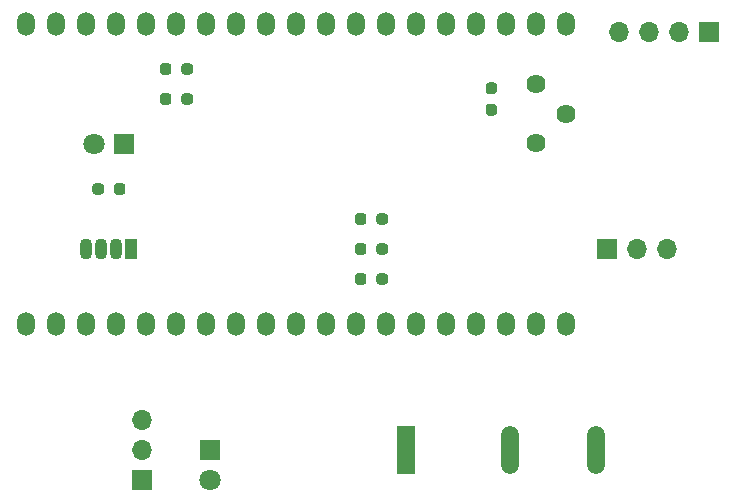
<source format=gts>
G04 #@! TF.GenerationSoftware,KiCad,Pcbnew,(5.1.10)-1*
G04 #@! TF.CreationDate,2021-07-16T09:38:32+09:00*
G04 #@! TF.ProjectId,Key_checker,4b65795f-6368-4656-936b-65722e6b6963,rev?*
G04 #@! TF.SameCoordinates,Original*
G04 #@! TF.FileFunction,Soldermask,Top*
G04 #@! TF.FilePolarity,Negative*
%FSLAX46Y46*%
G04 Gerber Fmt 4.6, Leading zero omitted, Abs format (unit mm)*
G04 Created by KiCad (PCBNEW (5.1.10)-1) date 2021-07-16 09:38:32*
%MOMM*%
%LPD*%
G01*
G04 APERTURE LIST*
%ADD10O,1.700000X1.700000*%
%ADD11R,1.700000X1.700000*%
%ADD12O,1.500000X2.000000*%
%ADD13R,1.500000X4.100000*%
%ADD14O,1.500000X4.100000*%
%ADD15C,1.620000*%
%ADD16C,1.800000*%
%ADD17R,1.800000X1.800000*%
%ADD18O,1.070000X1.800000*%
%ADD19R,1.070000X1.800000*%
G04 APERTURE END LIST*
D10*
X200025000Y-45085000D03*
X202565000Y-45085000D03*
X205105000Y-45085000D03*
D11*
X207645000Y-45085000D03*
D12*
X195580000Y-44450000D03*
X195580000Y-69850000D03*
X193040000Y-44450000D03*
X193040000Y-69850000D03*
X190500000Y-44450000D03*
X190500000Y-69850000D03*
X187960000Y-44450000D03*
X187960000Y-69850000D03*
X185420000Y-44450000D03*
X185420000Y-69850000D03*
X182880000Y-44450000D03*
X182880000Y-69850000D03*
X180340000Y-44450000D03*
X180340000Y-69850000D03*
X177800000Y-44450000D03*
X177800000Y-69850000D03*
X175260000Y-44450000D03*
X175260000Y-69850000D03*
X172720000Y-44450000D03*
X172720000Y-69850000D03*
X170180000Y-44450000D03*
X170180000Y-69850000D03*
X167640000Y-44450000D03*
X167640000Y-69850000D03*
X165100000Y-44450000D03*
X165100000Y-69850000D03*
X162560000Y-44450000D03*
X162560000Y-69850000D03*
X160020000Y-44450000D03*
X160020000Y-69850000D03*
X157480000Y-44450000D03*
X157480000Y-69850000D03*
X154940000Y-44450000D03*
X154940000Y-69850000D03*
X152400000Y-44450000D03*
X152400000Y-69850000D03*
X149860000Y-44450000D03*
X149860000Y-69850000D03*
D13*
X181970000Y-80550000D03*
D14*
X198070000Y-80550000D03*
X190770000Y-80550000D03*
D15*
X193040000Y-49530000D03*
X195540000Y-52030000D03*
X193040000Y-54530000D03*
G36*
G01*
X162985000Y-48497500D02*
X162985000Y-48022500D01*
G75*
G02*
X163222500Y-47785000I237500J0D01*
G01*
X163722500Y-47785000D01*
G75*
G02*
X163960000Y-48022500I0J-237500D01*
G01*
X163960000Y-48497500D01*
G75*
G02*
X163722500Y-48735000I-237500J0D01*
G01*
X163222500Y-48735000D01*
G75*
G02*
X162985000Y-48497500I0J237500D01*
G01*
G37*
G36*
G01*
X161160000Y-48497500D02*
X161160000Y-48022500D01*
G75*
G02*
X161397500Y-47785000I237500J0D01*
G01*
X161897500Y-47785000D01*
G75*
G02*
X162135000Y-48022500I0J-237500D01*
G01*
X162135000Y-48497500D01*
G75*
G02*
X161897500Y-48735000I-237500J0D01*
G01*
X161397500Y-48735000D01*
G75*
G02*
X161160000Y-48497500I0J237500D01*
G01*
G37*
G36*
G01*
X162985000Y-51037500D02*
X162985000Y-50562500D01*
G75*
G02*
X163222500Y-50325000I237500J0D01*
G01*
X163722500Y-50325000D01*
G75*
G02*
X163960000Y-50562500I0J-237500D01*
G01*
X163960000Y-51037500D01*
G75*
G02*
X163722500Y-51275000I-237500J0D01*
G01*
X163222500Y-51275000D01*
G75*
G02*
X162985000Y-51037500I0J237500D01*
G01*
G37*
G36*
G01*
X161160000Y-51037500D02*
X161160000Y-50562500D01*
G75*
G02*
X161397500Y-50325000I237500J0D01*
G01*
X161897500Y-50325000D01*
G75*
G02*
X162135000Y-50562500I0J-237500D01*
G01*
X162135000Y-51037500D01*
G75*
G02*
X161897500Y-51275000I-237500J0D01*
G01*
X161397500Y-51275000D01*
G75*
G02*
X161160000Y-51037500I0J237500D01*
G01*
G37*
G36*
G01*
X189467500Y-50375000D02*
X188992500Y-50375000D01*
G75*
G02*
X188755000Y-50137500I0J237500D01*
G01*
X188755000Y-49637500D01*
G75*
G02*
X188992500Y-49400000I237500J0D01*
G01*
X189467500Y-49400000D01*
G75*
G02*
X189705000Y-49637500I0J-237500D01*
G01*
X189705000Y-50137500D01*
G75*
G02*
X189467500Y-50375000I-237500J0D01*
G01*
G37*
G36*
G01*
X189467500Y-52200000D02*
X188992500Y-52200000D01*
G75*
G02*
X188755000Y-51962500I0J237500D01*
G01*
X188755000Y-51462500D01*
G75*
G02*
X188992500Y-51225000I237500J0D01*
G01*
X189467500Y-51225000D01*
G75*
G02*
X189705000Y-51462500I0J-237500D01*
G01*
X189705000Y-51962500D01*
G75*
G02*
X189467500Y-52200000I-237500J0D01*
G01*
G37*
G36*
G01*
X178645000Y-63262500D02*
X178645000Y-63737500D01*
G75*
G02*
X178407500Y-63975000I-237500J0D01*
G01*
X177907500Y-63975000D01*
G75*
G02*
X177670000Y-63737500I0J237500D01*
G01*
X177670000Y-63262500D01*
G75*
G02*
X177907500Y-63025000I237500J0D01*
G01*
X178407500Y-63025000D01*
G75*
G02*
X178645000Y-63262500I0J-237500D01*
G01*
G37*
G36*
G01*
X180470000Y-63262500D02*
X180470000Y-63737500D01*
G75*
G02*
X180232500Y-63975000I-237500J0D01*
G01*
X179732500Y-63975000D01*
G75*
G02*
X179495000Y-63737500I0J237500D01*
G01*
X179495000Y-63262500D01*
G75*
G02*
X179732500Y-63025000I237500J0D01*
G01*
X180232500Y-63025000D01*
G75*
G02*
X180470000Y-63262500I0J-237500D01*
G01*
G37*
G36*
G01*
X180470000Y-60722500D02*
X180470000Y-61197500D01*
G75*
G02*
X180232500Y-61435000I-237500J0D01*
G01*
X179732500Y-61435000D01*
G75*
G02*
X179495000Y-61197500I0J237500D01*
G01*
X179495000Y-60722500D01*
G75*
G02*
X179732500Y-60485000I237500J0D01*
G01*
X180232500Y-60485000D01*
G75*
G02*
X180470000Y-60722500I0J-237500D01*
G01*
G37*
G36*
G01*
X178645000Y-60722500D02*
X178645000Y-61197500D01*
G75*
G02*
X178407500Y-61435000I-237500J0D01*
G01*
X177907500Y-61435000D01*
G75*
G02*
X177670000Y-61197500I0J237500D01*
G01*
X177670000Y-60722500D01*
G75*
G02*
X177907500Y-60485000I237500J0D01*
G01*
X178407500Y-60485000D01*
G75*
G02*
X178645000Y-60722500I0J-237500D01*
G01*
G37*
G36*
G01*
X180470000Y-65802500D02*
X180470000Y-66277500D01*
G75*
G02*
X180232500Y-66515000I-237500J0D01*
G01*
X179732500Y-66515000D01*
G75*
G02*
X179495000Y-66277500I0J237500D01*
G01*
X179495000Y-65802500D01*
G75*
G02*
X179732500Y-65565000I237500J0D01*
G01*
X180232500Y-65565000D01*
G75*
G02*
X180470000Y-65802500I0J-237500D01*
G01*
G37*
G36*
G01*
X178645000Y-65802500D02*
X178645000Y-66277500D01*
G75*
G02*
X178407500Y-66515000I-237500J0D01*
G01*
X177907500Y-66515000D01*
G75*
G02*
X177670000Y-66277500I0J237500D01*
G01*
X177670000Y-65802500D01*
G75*
G02*
X177907500Y-65565000I237500J0D01*
G01*
X178407500Y-65565000D01*
G75*
G02*
X178645000Y-65802500I0J-237500D01*
G01*
G37*
G36*
G01*
X158245000Y-58182500D02*
X158245000Y-58657500D01*
G75*
G02*
X158007500Y-58895000I-237500J0D01*
G01*
X157507500Y-58895000D01*
G75*
G02*
X157270000Y-58657500I0J237500D01*
G01*
X157270000Y-58182500D01*
G75*
G02*
X157507500Y-57945000I237500J0D01*
G01*
X158007500Y-57945000D01*
G75*
G02*
X158245000Y-58182500I0J-237500D01*
G01*
G37*
G36*
G01*
X156420000Y-58182500D02*
X156420000Y-58657500D01*
G75*
G02*
X156182500Y-58895000I-237500J0D01*
G01*
X155682500Y-58895000D01*
G75*
G02*
X155445000Y-58657500I0J237500D01*
G01*
X155445000Y-58182500D01*
G75*
G02*
X155682500Y-57945000I237500J0D01*
G01*
X156182500Y-57945000D01*
G75*
G02*
X156420000Y-58182500I0J-237500D01*
G01*
G37*
D16*
X165370000Y-83090000D03*
D17*
X165370000Y-80550000D03*
D10*
X159655000Y-78010000D03*
X159655000Y-80550000D03*
D11*
X159655000Y-83090000D03*
D10*
X204080000Y-63500000D03*
X201540000Y-63500000D03*
D11*
X199000000Y-63500000D03*
D18*
X154940000Y-63500000D03*
X156210000Y-63500000D03*
X157480000Y-63500000D03*
D19*
X158750000Y-63500000D03*
D17*
X158115000Y-54610000D03*
D16*
X155575000Y-54610000D03*
M02*

</source>
